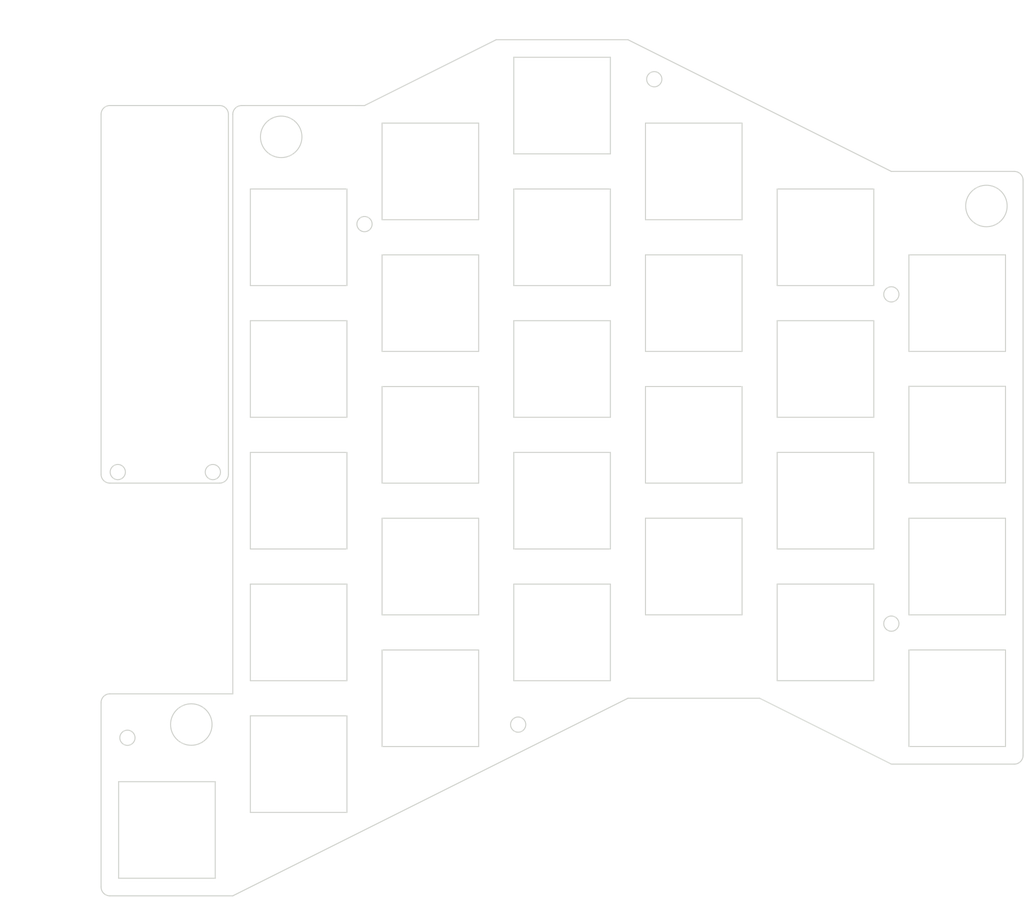
<source format=kicad_pcb>
(kicad_pcb (version 20171130) (host pcbnew 5.0.2-bee76a0~70~ubuntu18.04.1)

  (general
    (thickness 1.6)
    (drawings 40)
    (tracks 0)
    (zones 0)
    (modules 28)
    (nets 1)
  )

  (page A4)
  (layers
    (0 F.Cu signal)
    (31 B.Cu signal)
    (32 B.Adhes user hide)
    (33 F.Adhes user hide)
    (34 B.Paste user hide)
    (35 F.Paste user hide)
    (36 B.SilkS user)
    (37 F.SilkS user)
    (38 B.Mask user)
    (39 F.Mask user)
    (40 Dwgs.User user)
    (41 Cmts.User user)
    (42 Eco1.User user)
    (43 Eco2.User user)
    (44 Edge.Cuts user)
    (45 Margin user)
    (46 B.CrtYd user)
    (47 F.CrtYd user)
    (48 B.Fab user)
    (49 F.Fab user)
  )

  (setup
    (last_trace_width 0.25)
    (trace_clearance 0.2)
    (zone_clearance 0.508)
    (zone_45_only no)
    (trace_min 0.2)
    (segment_width 0.4)
    (edge_width 0.15)
    (via_size 0.6)
    (via_drill 0.4)
    (via_min_size 0.4)
    (via_min_drill 0.3)
    (uvia_size 0.3)
    (uvia_drill 0.1)
    (uvias_allowed no)
    (uvia_min_size 0.2)
    (uvia_min_drill 0.1)
    (pcb_text_width 0.3)
    (pcb_text_size 1.5 1.5)
    (mod_edge_width 0.15)
    (mod_text_size 1 1)
    (mod_text_width 0.15)
    (pad_size 6.2 6.2)
    (pad_drill 6)
    (pad_to_mask_clearance 0.051)
    (solder_mask_min_width 0.25)
    (aux_axis_origin 0 0)
    (grid_origin 76.2 28.56992)
    (visible_elements FFFFF7FF)
    (pcbplotparams
      (layerselection 0x010f0_ffffffff)
      (usegerberextensions true)
      (usegerberattributes false)
      (usegerberadvancedattributes false)
      (creategerberjobfile false)
      (excludeedgelayer true)
      (linewidth 0.265000)
      (plotframeref false)
      (viasonmask false)
      (mode 1)
      (useauxorigin false)
      (hpglpennumber 1)
      (hpglpenspeed 20)
      (hpglpendiameter 15.000000)
      (psnegative false)
      (psa4output false)
      (plotreference true)
      (plotvalue true)
      (plotinvisibletext false)
      (padsonsilk false)
      (subtractmaskfromsilk true)
      (outputformat 1)
      (mirror false)
      (drillshape 0)
      (scaleselection 1)
      (outputdirectory ""))
  )

  (net 0 "")

  (net_class Default "これはデフォルトのネット クラスです。"
    (clearance 0.2)
    (trace_width 0.25)
    (via_dia 0.6)
    (via_drill 0.4)
    (uvia_dia 0.3)
    (uvia_drill 0.1)
  )

  (net_class POWER ""
    (clearance 0.2)
    (trace_width 0.5)
    (via_dia 0.8)
    (via_drill 0.4)
    (uvia_dia 0.3)
    (uvia_drill 0.1)
  )

  (module benzene:CherryMX_Hole (layer F.Cu) (tedit 5CB0A7A6) (tstamp 5C493309)
    (at 142.875 104.775 180)
    (path /5C490664)
    (fp_text reference SW28 (at 7.1 8.2 180) (layer F.SilkS) hide
      (effects (font (size 1 1) (thickness 0.15)))
    )
    (fp_text value SW_PUSH (at -4.8 8.3 180) (layer F.Fab) hide
      (effects (font (size 1 1) (thickness 0.15)))
    )
    (fp_line (start -9.525 -9.525) (end 9.525 -9.525) (layer Dwgs.User) (width 0.15))
    (fp_line (start 9.525 -9.525) (end 9.525 9.525) (layer Dwgs.User) (width 0.15))
    (fp_line (start 9.525 9.525) (end -9.525 9.525) (layer Dwgs.User) (width 0.15))
    (fp_line (start -9.525 9.525) (end -9.525 -9.525) (layer Dwgs.User) (width 0.15))
    (fp_line (start -6.985 6.985) (end -6.985 -6.985) (layer Edge.Cuts) (width 0.15))
    (fp_line (start 6.985 -6.985) (end -6.985 -6.985) (layer Edge.Cuts) (width 0.15))
    (fp_line (start 6.985 6.985) (end 6.985 -6.985) (layer Edge.Cuts) (width 0.15))
    (fp_line (start -6.985 6.985) (end 6.985 6.985) (layer Edge.Cuts) (width 0.15))
  )

  (module benzene:CherryMX_Hole (layer B.Cu) (tedit 5CB0A7A6) (tstamp 5C492FBA)
    (at 180.975 85.71992)
    (path /5C48F0BA)
    (fp_text reference SW17 (at 7.1 -8.2) (layer B.SilkS) hide
      (effects (font (size 1 1) (thickness 0.15)) (justify mirror))
    )
    (fp_text value SW_PUSH (at -4.8 -8.3) (layer B.Fab) hide
      (effects (font (size 1 1) (thickness 0.15)) (justify mirror))
    )
    (fp_line (start -9.525 9.525) (end 9.525 9.525) (layer Dwgs.User) (width 0.15))
    (fp_line (start 9.525 9.525) (end 9.525 -9.525) (layer Dwgs.User) (width 0.15))
    (fp_line (start 9.525 -9.525) (end -9.525 -9.525) (layer Dwgs.User) (width 0.15))
    (fp_line (start -9.525 -9.525) (end -9.525 9.525) (layer Dwgs.User) (width 0.15))
    (fp_line (start -6.985 -6.985) (end -6.985 6.985) (layer Edge.Cuts) (width 0.15))
    (fp_line (start 6.985 6.985) (end -6.985 6.985) (layer Edge.Cuts) (width 0.15))
    (fp_line (start 6.985 -6.985) (end 6.985 6.985) (layer Edge.Cuts) (width 0.15))
    (fp_line (start -6.985 -6.985) (end 6.985 -6.985) (layer Edge.Cuts) (width 0.15))
  )

  (module benzene:CherryMX_Hole (layer F.Cu) (tedit 5CB0A7A6) (tstamp 5C4EFDE0)
    (at 180.975 104.77 180)
    (path /5C48F4EC)
    (fp_text reference SW23 (at 7.1 8.2 180) (layer F.SilkS) hide
      (effects (font (size 1 1) (thickness 0.15)))
    )
    (fp_text value SW_PUSH (at -4.8 8.3 180) (layer F.Fab) hide
      (effects (font (size 1 1) (thickness 0.15)))
    )
    (fp_line (start -9.525 -9.525) (end 9.525 -9.525) (layer Dwgs.User) (width 0.15))
    (fp_line (start 9.525 -9.525) (end 9.525 9.525) (layer Dwgs.User) (width 0.15))
    (fp_line (start 9.525 9.525) (end -9.525 9.525) (layer Dwgs.User) (width 0.15))
    (fp_line (start -9.525 9.525) (end -9.525 -9.525) (layer Dwgs.User) (width 0.15))
    (fp_line (start -6.985 6.985) (end -6.985 -6.985) (layer Edge.Cuts) (width 0.15))
    (fp_line (start 6.985 -6.985) (end -6.985 -6.985) (layer Edge.Cuts) (width 0.15))
    (fp_line (start 6.985 6.985) (end 6.985 -6.985) (layer Edge.Cuts) (width 0.15))
    (fp_line (start -6.985 6.985) (end 6.985 6.985) (layer Edge.Cuts) (width 0.15))
  )

  (module benzene:CherryMX_Hole (layer F.Cu) (tedit 5CB0A7A6) (tstamp 5C49313B)
    (at 161.925 95.2449 180)
    (path /5C48F4DE)
    (fp_text reference SW22 (at 7.1 8.2 180) (layer F.SilkS) hide
      (effects (font (size 1 1) (thickness 0.15)))
    )
    (fp_text value SW_PUSH (at -4.8 8.3 180) (layer F.Fab) hide
      (effects (font (size 1 1) (thickness 0.15)))
    )
    (fp_line (start -9.525 -9.525) (end 9.525 -9.525) (layer Dwgs.User) (width 0.15))
    (fp_line (start 9.525 -9.525) (end 9.525 9.525) (layer Dwgs.User) (width 0.15))
    (fp_line (start 9.525 9.525) (end -9.525 9.525) (layer Dwgs.User) (width 0.15))
    (fp_line (start -9.525 9.525) (end -9.525 -9.525) (layer Dwgs.User) (width 0.15))
    (fp_line (start -6.985 6.985) (end -6.985 -6.985) (layer Edge.Cuts) (width 0.15))
    (fp_line (start 6.985 -6.985) (end -6.985 -6.985) (layer Edge.Cuts) (width 0.15))
    (fp_line (start 6.985 6.985) (end 6.985 -6.985) (layer Edge.Cuts) (width 0.15))
    (fp_line (start -6.985 6.985) (end 6.985 6.985) (layer Edge.Cuts) (width 0.15))
  )

  (module benzene:CherryMX_Hole (layer F.Cu) (tedit 5CB0A7A6) (tstamp 5C492F6D)
    (at 161.925 76.19492 180)
    (path /5C48F0AC)
    (fp_text reference SW16 (at 7.1 8.2 180) (layer F.SilkS) hide
      (effects (font (size 1 1) (thickness 0.15)))
    )
    (fp_text value SW_PUSH (at -4.8 8.3 180) (layer F.Fab) hide
      (effects (font (size 1 1) (thickness 0.15)))
    )
    (fp_line (start -9.525 -9.525) (end 9.525 -9.525) (layer Dwgs.User) (width 0.15))
    (fp_line (start 9.525 -9.525) (end 9.525 9.525) (layer Dwgs.User) (width 0.15))
    (fp_line (start 9.525 9.525) (end -9.525 9.525) (layer Dwgs.User) (width 0.15))
    (fp_line (start -9.525 9.525) (end -9.525 -9.525) (layer Dwgs.User) (width 0.15))
    (fp_line (start -6.985 6.985) (end -6.985 -6.985) (layer Edge.Cuts) (width 0.15))
    (fp_line (start 6.985 -6.985) (end -6.985 -6.985) (layer Edge.Cuts) (width 0.15))
    (fp_line (start 6.985 6.985) (end 6.985 -6.985) (layer Edge.Cuts) (width 0.15))
    (fp_line (start -6.985 6.985) (end 6.985 6.985) (layer Edge.Cuts) (width 0.15))
  )

  (module benzene:CherryMX_Hole (layer F.Cu) (tedit 5CB0A7A6) (tstamp 5C492F20)
    (at 142.875 66.675 180)
    (path /5C48F09E)
    (fp_text reference SW15 (at 7.1 8.2 180) (layer F.SilkS) hide
      (effects (font (size 1 1) (thickness 0.15)))
    )
    (fp_text value SW_PUSH (at -4.8 8.3 180) (layer F.Fab) hide
      (effects (font (size 1 1) (thickness 0.15)))
    )
    (fp_line (start -9.525 -9.525) (end 9.525 -9.525) (layer Dwgs.User) (width 0.15))
    (fp_line (start 9.525 -9.525) (end 9.525 9.525) (layer Dwgs.User) (width 0.15))
    (fp_line (start 9.525 9.525) (end -9.525 9.525) (layer Dwgs.User) (width 0.15))
    (fp_line (start -9.525 9.525) (end -9.525 -9.525) (layer Dwgs.User) (width 0.15))
    (fp_line (start -6.985 6.985) (end -6.985 -6.985) (layer Edge.Cuts) (width 0.15))
    (fp_line (start 6.985 -6.985) (end -6.985 -6.985) (layer Edge.Cuts) (width 0.15))
    (fp_line (start 6.985 6.985) (end 6.985 -6.985) (layer Edge.Cuts) (width 0.15))
    (fp_line (start -6.985 6.985) (end 6.985 6.985) (layer Edge.Cuts) (width 0.15))
  )

  (module benzene:CherryMX_Hole (layer F.Cu) (tedit 5CB0A7A6) (tstamp 5C492D52)
    (at 142.875 47.625 180)
    (path /5C48ED2C)
    (fp_text reference SW9 (at 7.1 8.2 180) (layer F.SilkS) hide
      (effects (font (size 1 1) (thickness 0.15)))
    )
    (fp_text value SW_PUSH (at -4.8 8.3 180) (layer F.Fab) hide
      (effects (font (size 1 1) (thickness 0.15)))
    )
    (fp_line (start -9.525 -9.525) (end 9.525 -9.525) (layer Dwgs.User) (width 0.15))
    (fp_line (start 9.525 -9.525) (end 9.525 9.525) (layer Dwgs.User) (width 0.15))
    (fp_line (start 9.525 9.525) (end -9.525 9.525) (layer Dwgs.User) (width 0.15))
    (fp_line (start -9.525 9.525) (end -9.525 -9.525) (layer Dwgs.User) (width 0.15))
    (fp_line (start -6.985 6.985) (end -6.985 -6.985) (layer Edge.Cuts) (width 0.15))
    (fp_line (start 6.985 -6.985) (end -6.985 -6.985) (layer Edge.Cuts) (width 0.15))
    (fp_line (start 6.985 6.985) (end 6.985 -6.985) (layer Edge.Cuts) (width 0.15))
    (fp_line (start -6.985 6.985) (end 6.985 6.985) (layer Edge.Cuts) (width 0.15))
  )

  (module benzene:CherryMX_Hole (layer F.Cu) (tedit 5CB0A7A6) (tstamp 5C492DEC)
    (at 180.975 66.675 180)
    (path /5C48ED48)
    (fp_text reference SW11 (at 7.1 8.2 180) (layer F.SilkS) hide
      (effects (font (size 1 1) (thickness 0.15)))
    )
    (fp_text value SW_PUSH (at -4.8 8.3 180) (layer F.Fab) hide
      (effects (font (size 1 1) (thickness 0.15)))
    )
    (fp_line (start -9.525 -9.525) (end 9.525 -9.525) (layer Dwgs.User) (width 0.15))
    (fp_line (start 9.525 -9.525) (end 9.525 9.525) (layer Dwgs.User) (width 0.15))
    (fp_line (start 9.525 9.525) (end -9.525 9.525) (layer Dwgs.User) (width 0.15))
    (fp_line (start -9.525 9.525) (end -9.525 -9.525) (layer Dwgs.User) (width 0.15))
    (fp_line (start -6.985 6.985) (end -6.985 -6.985) (layer Edge.Cuts) (width 0.15))
    (fp_line (start 6.985 -6.985) (end -6.985 -6.985) (layer Edge.Cuts) (width 0.15))
    (fp_line (start 6.985 6.985) (end 6.985 -6.985) (layer Edge.Cuts) (width 0.15))
    (fp_line (start -6.985 6.985) (end 6.985 6.985) (layer Edge.Cuts) (width 0.15))
  )

  (module benzene:CherryMX_Hole (layer F.Cu) (tedit 5CB0A7A6) (tstamp 5C492C1E)
    (at 180.975 47.625 180)
    (path /5C48E83E)
    (fp_text reference SW5 (at 7.1 8.2 180) (layer F.SilkS) hide
      (effects (font (size 1 1) (thickness 0.15)))
    )
    (fp_text value SW_PUSH (at -4.8 8.3 180) (layer F.Fab) hide
      (effects (font (size 1 1) (thickness 0.15)))
    )
    (fp_line (start -9.525 -9.525) (end 9.525 -9.525) (layer Dwgs.User) (width 0.15))
    (fp_line (start 9.525 -9.525) (end 9.525 9.525) (layer Dwgs.User) (width 0.15))
    (fp_line (start 9.525 9.525) (end -9.525 9.525) (layer Dwgs.User) (width 0.15))
    (fp_line (start -9.525 9.525) (end -9.525 -9.525) (layer Dwgs.User) (width 0.15))
    (fp_line (start -6.985 6.985) (end -6.985 -6.985) (layer Edge.Cuts) (width 0.15))
    (fp_line (start 6.985 -6.985) (end -6.985 -6.985) (layer Edge.Cuts) (width 0.15))
    (fp_line (start 6.985 6.985) (end 6.985 -6.985) (layer Edge.Cuts) (width 0.15))
    (fp_line (start -6.985 6.985) (end 6.985 6.985) (layer Edge.Cuts) (width 0.15))
  )

  (module benzene:CherryMX_Hole (layer F.Cu) (tedit 5CB0A7A6) (tstamp 5C492BD1)
    (at 161.925 38.1 180)
    (path /5C48D998)
    (fp_text reference SW4 (at 7.1 8.2 180) (layer F.SilkS) hide
      (effects (font (size 1 1) (thickness 0.15)))
    )
    (fp_text value SW_PUSH (at -4.8 8.3 180) (layer F.Fab) hide
      (effects (font (size 1 1) (thickness 0.15)))
    )
    (fp_line (start -9.525 -9.525) (end 9.525 -9.525) (layer Dwgs.User) (width 0.15))
    (fp_line (start 9.525 -9.525) (end 9.525 9.525) (layer Dwgs.User) (width 0.15))
    (fp_line (start 9.525 9.525) (end -9.525 9.525) (layer Dwgs.User) (width 0.15))
    (fp_line (start -9.525 9.525) (end -9.525 -9.525) (layer Dwgs.User) (width 0.15))
    (fp_line (start -6.985 6.985) (end -6.985 -6.985) (layer Edge.Cuts) (width 0.15))
    (fp_line (start 6.985 -6.985) (end -6.985 -6.985) (layer Edge.Cuts) (width 0.15))
    (fp_line (start 6.985 6.985) (end 6.985 -6.985) (layer Edge.Cuts) (width 0.15))
    (fp_line (start -6.985 6.985) (end 6.985 6.985) (layer Edge.Cuts) (width 0.15))
  )

  (module benzene:CherryMX_Hole (layer F.Cu) (tedit 5CB0A7A6) (tstamp 5C492B37)
    (at 123.825 38.1 180)
    (path /5C48D73D)
    (fp_text reference SW2 (at 7.1 8.2 180) (layer F.SilkS) hide
      (effects (font (size 1 1) (thickness 0.15)))
    )
    (fp_text value SW_PUSH (at -4.8 8.3 180) (layer F.Fab) hide
      (effects (font (size 1 1) (thickness 0.15)))
    )
    (fp_line (start -9.525 -9.525) (end 9.525 -9.525) (layer Dwgs.User) (width 0.15))
    (fp_line (start 9.525 -9.525) (end 9.525 9.525) (layer Dwgs.User) (width 0.15))
    (fp_line (start 9.525 9.525) (end -9.525 9.525) (layer Dwgs.User) (width 0.15))
    (fp_line (start -9.525 9.525) (end -9.525 -9.525) (layer Dwgs.User) (width 0.15))
    (fp_line (start -6.985 6.985) (end -6.985 -6.985) (layer Edge.Cuts) (width 0.15))
    (fp_line (start 6.985 -6.985) (end -6.985 -6.985) (layer Edge.Cuts) (width 0.15))
    (fp_line (start 6.985 6.985) (end 6.985 -6.985) (layer Edge.Cuts) (width 0.15))
    (fp_line (start -6.985 6.985) (end 6.985 6.985) (layer Edge.Cuts) (width 0.15))
  )

  (module benzene:CherryMX_Hole (layer F.Cu) (tedit 5CB0A7A6) (tstamp 5C492B84)
    (at 142.875 28.575 180)
    (path /5C48D98A)
    (fp_text reference SW3 (at 7.1 8.2 180) (layer F.SilkS) hide
      (effects (font (size 1 1) (thickness 0.15)))
    )
    (fp_text value SW_PUSH (at -4.8 8.3 180) (layer F.Fab) hide
      (effects (font (size 1 1) (thickness 0.15)))
    )
    (fp_line (start -9.525 -9.525) (end 9.525 -9.525) (layer Dwgs.User) (width 0.15))
    (fp_line (start 9.525 -9.525) (end 9.525 9.525) (layer Dwgs.User) (width 0.15))
    (fp_line (start 9.525 9.525) (end -9.525 9.525) (layer Dwgs.User) (width 0.15))
    (fp_line (start -9.525 9.525) (end -9.525 -9.525) (layer Dwgs.User) (width 0.15))
    (fp_line (start -6.985 6.985) (end -6.985 -6.985) (layer Edge.Cuts) (width 0.15))
    (fp_line (start 6.985 -6.985) (end -6.985 -6.985) (layer Edge.Cuts) (width 0.15))
    (fp_line (start 6.985 6.985) (end 6.985 -6.985) (layer Edge.Cuts) (width 0.15))
    (fp_line (start -6.985 6.985) (end 6.985 6.985) (layer Edge.Cuts) (width 0.15))
  )

  (module benzene:CherryMX_Hole (layer F.Cu) (tedit 5CB0A7A6) (tstamp 5C492C6B)
    (at 200.025 57.15 180)
    (path /5C48E84C)
    (fp_text reference SW6 (at 7.1 8.2 180) (layer F.SilkS) hide
      (effects (font (size 1 1) (thickness 0.15)))
    )
    (fp_text value SW_PUSH (at -4.8 8.3 180) (layer F.Fab) hide
      (effects (font (size 1 1) (thickness 0.15)))
    )
    (fp_line (start -9.525 -9.525) (end 9.525 -9.525) (layer Dwgs.User) (width 0.15))
    (fp_line (start 9.525 -9.525) (end 9.525 9.525) (layer Dwgs.User) (width 0.15))
    (fp_line (start 9.525 9.525) (end -9.525 9.525) (layer Dwgs.User) (width 0.15))
    (fp_line (start -9.525 9.525) (end -9.525 -9.525) (layer Dwgs.User) (width 0.15))
    (fp_line (start -6.985 6.985) (end -6.985 -6.985) (layer Edge.Cuts) (width 0.15))
    (fp_line (start 6.985 -6.985) (end -6.985 -6.985) (layer Edge.Cuts) (width 0.15))
    (fp_line (start 6.985 6.985) (end 6.985 -6.985) (layer Edge.Cuts) (width 0.15))
    (fp_line (start -6.985 6.985) (end 6.985 6.985) (layer Edge.Cuts) (width 0.15))
  )

  (module benzene:CherryMX_Hole (layer F.Cu) (tedit 5CB0A7A6) (tstamp 5C492CB8)
    (at 104.775 66.675 180)
    (path /5C48ED10)
    (fp_text reference SW7 (at 7.1 8.2 180) (layer F.SilkS) hide
      (effects (font (size 1 1) (thickness 0.15)))
    )
    (fp_text value SW_PUSH (at -4.8 8.3 180) (layer F.Fab) hide
      (effects (font (size 1 1) (thickness 0.15)))
    )
    (fp_line (start -9.525 -9.525) (end 9.525 -9.525) (layer Dwgs.User) (width 0.15))
    (fp_line (start 9.525 -9.525) (end 9.525 9.525) (layer Dwgs.User) (width 0.15))
    (fp_line (start 9.525 9.525) (end -9.525 9.525) (layer Dwgs.User) (width 0.15))
    (fp_line (start -9.525 9.525) (end -9.525 -9.525) (layer Dwgs.User) (width 0.15))
    (fp_line (start -6.985 6.985) (end -6.985 -6.985) (layer Edge.Cuts) (width 0.15))
    (fp_line (start 6.985 -6.985) (end -6.985 -6.985) (layer Edge.Cuts) (width 0.15))
    (fp_line (start 6.985 6.985) (end 6.985 -6.985) (layer Edge.Cuts) (width 0.15))
    (fp_line (start -6.985 6.985) (end 6.985 6.985) (layer Edge.Cuts) (width 0.15))
  )

  (module benzene:CherryMX_Hole (layer F.Cu) (tedit 5CB0A7A6) (tstamp 5C492D05)
    (at 123.825 57.15 180)
    (path /5C48ED1E)
    (fp_text reference SW8 (at 7.1 8.2 180) (layer F.SilkS) hide
      (effects (font (size 1 1) (thickness 0.15)))
    )
    (fp_text value SW_PUSH (at -4.8 8.3 180) (layer F.Fab) hide
      (effects (font (size 1 1) (thickness 0.15)))
    )
    (fp_line (start -9.525 -9.525) (end 9.525 -9.525) (layer Dwgs.User) (width 0.15))
    (fp_line (start 9.525 -9.525) (end 9.525 9.525) (layer Dwgs.User) (width 0.15))
    (fp_line (start 9.525 9.525) (end -9.525 9.525) (layer Dwgs.User) (width 0.15))
    (fp_line (start -9.525 9.525) (end -9.525 -9.525) (layer Dwgs.User) (width 0.15))
    (fp_line (start -6.985 6.985) (end -6.985 -6.985) (layer Edge.Cuts) (width 0.15))
    (fp_line (start 6.985 -6.985) (end -6.985 -6.985) (layer Edge.Cuts) (width 0.15))
    (fp_line (start 6.985 6.985) (end 6.985 -6.985) (layer Edge.Cuts) (width 0.15))
    (fp_line (start -6.985 6.985) (end 6.985 6.985) (layer Edge.Cuts) (width 0.15))
  )

  (module benzene:CherryMX_Hole (layer F.Cu) (tedit 5CB0A7A6) (tstamp 5C492D9F)
    (at 161.925 57.15 180)
    (path /5C48ED3A)
    (fp_text reference SW10 (at 7.1 8.2 180) (layer F.SilkS) hide
      (effects (font (size 1 1) (thickness 0.15)))
    )
    (fp_text value SW_PUSH (at -4.8 8.3 180) (layer F.Fab) hide
      (effects (font (size 1 1) (thickness 0.15)))
    )
    (fp_line (start -9.525 -9.525) (end 9.525 -9.525) (layer Dwgs.User) (width 0.15))
    (fp_line (start 9.525 -9.525) (end 9.525 9.525) (layer Dwgs.User) (width 0.15))
    (fp_line (start 9.525 9.525) (end -9.525 9.525) (layer Dwgs.User) (width 0.15))
    (fp_line (start -9.525 9.525) (end -9.525 -9.525) (layer Dwgs.User) (width 0.15))
    (fp_line (start -6.985 6.985) (end -6.985 -6.985) (layer Edge.Cuts) (width 0.15))
    (fp_line (start 6.985 -6.985) (end -6.985 -6.985) (layer Edge.Cuts) (width 0.15))
    (fp_line (start 6.985 6.985) (end 6.985 -6.985) (layer Edge.Cuts) (width 0.15))
    (fp_line (start -6.985 6.985) (end 6.985 6.985) (layer Edge.Cuts) (width 0.15))
  )

  (module benzene:CherryMX_Hole (layer F.Cu) (tedit 5CB0A7A6) (tstamp 5C492E39)
    (at 200.025 76.165 180)
    (path /5C48ED56)
    (fp_text reference SW12 (at 7.1 8.2 180) (layer F.SilkS) hide
      (effects (font (size 1 1) (thickness 0.15)))
    )
    (fp_text value SW_PUSH (at -4.8 8.3 180) (layer F.Fab) hide
      (effects (font (size 1 1) (thickness 0.15)))
    )
    (fp_line (start -9.525 -9.525) (end 9.525 -9.525) (layer Dwgs.User) (width 0.15))
    (fp_line (start 9.525 -9.525) (end 9.525 9.525) (layer Dwgs.User) (width 0.15))
    (fp_line (start 9.525 9.525) (end -9.525 9.525) (layer Dwgs.User) (width 0.15))
    (fp_line (start -9.525 9.525) (end -9.525 -9.525) (layer Dwgs.User) (width 0.15))
    (fp_line (start -6.985 6.985) (end -6.985 -6.985) (layer Edge.Cuts) (width 0.15))
    (fp_line (start 6.985 -6.985) (end -6.985 -6.985) (layer Edge.Cuts) (width 0.15))
    (fp_line (start 6.985 6.985) (end 6.985 -6.985) (layer Edge.Cuts) (width 0.15))
    (fp_line (start -6.985 6.985) (end 6.985 6.985) (layer Edge.Cuts) (width 0.15))
  )

  (module benzene:CherryMX_Hole (layer F.Cu) (tedit 5CB0A7A6) (tstamp 5C492E86)
    (at 104.775 85.725 180)
    (path /5C48F082)
    (fp_text reference SW13 (at 7.1 8.2 180) (layer F.SilkS) hide
      (effects (font (size 1 1) (thickness 0.15)))
    )
    (fp_text value SW_PUSH (at -4.8 8.3 180) (layer F.Fab) hide
      (effects (font (size 1 1) (thickness 0.15)))
    )
    (fp_line (start -9.525 -9.525) (end 9.525 -9.525) (layer Dwgs.User) (width 0.15))
    (fp_line (start 9.525 -9.525) (end 9.525 9.525) (layer Dwgs.User) (width 0.15))
    (fp_line (start 9.525 9.525) (end -9.525 9.525) (layer Dwgs.User) (width 0.15))
    (fp_line (start -9.525 9.525) (end -9.525 -9.525) (layer Dwgs.User) (width 0.15))
    (fp_line (start -6.985 6.985) (end -6.985 -6.985) (layer Edge.Cuts) (width 0.15))
    (fp_line (start 6.985 -6.985) (end -6.985 -6.985) (layer Edge.Cuts) (width 0.15))
    (fp_line (start 6.985 6.985) (end 6.985 -6.985) (layer Edge.Cuts) (width 0.15))
    (fp_line (start -6.985 6.985) (end 6.985 6.985) (layer Edge.Cuts) (width 0.15))
  )

  (module benzene:CherryMX_Hole (layer F.Cu) (tedit 5CB0A7A6) (tstamp 5C492ED3)
    (at 123.825 76.2 180)
    (path /5C48F090)
    (fp_text reference SW14 (at 7.1 8.2 180) (layer F.SilkS) hide
      (effects (font (size 1 1) (thickness 0.15)))
    )
    (fp_text value SW_PUSH (at -4.8 8.3 180) (layer F.Fab) hide
      (effects (font (size 1 1) (thickness 0.15)))
    )
    (fp_line (start -9.525 -9.525) (end 9.525 -9.525) (layer Dwgs.User) (width 0.15))
    (fp_line (start 9.525 -9.525) (end 9.525 9.525) (layer Dwgs.User) (width 0.15))
    (fp_line (start 9.525 9.525) (end -9.525 9.525) (layer Dwgs.User) (width 0.15))
    (fp_line (start -9.525 9.525) (end -9.525 -9.525) (layer Dwgs.User) (width 0.15))
    (fp_line (start -6.985 6.985) (end -6.985 -6.985) (layer Edge.Cuts) (width 0.15))
    (fp_line (start 6.985 -6.985) (end -6.985 -6.985) (layer Edge.Cuts) (width 0.15))
    (fp_line (start 6.985 6.985) (end 6.985 -6.985) (layer Edge.Cuts) (width 0.15))
    (fp_line (start -6.985 6.985) (end 6.985 6.985) (layer Edge.Cuts) (width 0.15))
  )

  (module benzene:CherryMX_Hole (layer F.Cu) (tedit 5CB0A7A6) (tstamp 5C493007)
    (at 200.025 95.25 180)
    (path /5C48F0C8)
    (fp_text reference SW18 (at 7.1 8.2 180) (layer F.SilkS) hide
      (effects (font (size 1 1) (thickness 0.15)))
    )
    (fp_text value SW_PUSH (at -4.8 8.3 180) (layer F.Fab) hide
      (effects (font (size 1 1) (thickness 0.15)))
    )
    (fp_line (start -9.525 -9.525) (end 9.525 -9.525) (layer Dwgs.User) (width 0.15))
    (fp_line (start 9.525 -9.525) (end 9.525 9.525) (layer Dwgs.User) (width 0.15))
    (fp_line (start 9.525 9.525) (end -9.525 9.525) (layer Dwgs.User) (width 0.15))
    (fp_line (start -9.525 9.525) (end -9.525 -9.525) (layer Dwgs.User) (width 0.15))
    (fp_line (start -6.985 6.985) (end -6.985 -6.985) (layer Edge.Cuts) (width 0.15))
    (fp_line (start 6.985 -6.985) (end -6.985 -6.985) (layer Edge.Cuts) (width 0.15))
    (fp_line (start 6.985 6.985) (end 6.985 -6.985) (layer Edge.Cuts) (width 0.15))
    (fp_line (start -6.985 6.985) (end 6.985 6.985) (layer Edge.Cuts) (width 0.15))
  )

  (module benzene:CherryMX_Hole (layer F.Cu) (tedit 5CB0A7A6) (tstamp 5C493054)
    (at 104.775 104.775 180)
    (path /5C48F4B4)
    (fp_text reference SW19 (at 7.1 8.2 180) (layer F.SilkS) hide
      (effects (font (size 1 1) (thickness 0.15)))
    )
    (fp_text value SW_PUSH (at -4.8 8.3 180) (layer F.Fab) hide
      (effects (font (size 1 1) (thickness 0.15)))
    )
    (fp_line (start -9.525 -9.525) (end 9.525 -9.525) (layer Dwgs.User) (width 0.15))
    (fp_line (start 9.525 -9.525) (end 9.525 9.525) (layer Dwgs.User) (width 0.15))
    (fp_line (start 9.525 9.525) (end -9.525 9.525) (layer Dwgs.User) (width 0.15))
    (fp_line (start -9.525 9.525) (end -9.525 -9.525) (layer Dwgs.User) (width 0.15))
    (fp_line (start -6.985 6.985) (end -6.985 -6.985) (layer Edge.Cuts) (width 0.15))
    (fp_line (start 6.985 -6.985) (end -6.985 -6.985) (layer Edge.Cuts) (width 0.15))
    (fp_line (start 6.985 6.985) (end 6.985 -6.985) (layer Edge.Cuts) (width 0.15))
    (fp_line (start -6.985 6.985) (end 6.985 6.985) (layer Edge.Cuts) (width 0.15))
  )

  (module benzene:CherryMX_Hole (layer F.Cu) (tedit 5CB0A7A6) (tstamp 5C4930A1)
    (at 123.825 95.25 180)
    (path /5C48F4C2)
    (fp_text reference SW20 (at 7.1 8.2 180) (layer F.SilkS) hide
      (effects (font (size 1 1) (thickness 0.15)))
    )
    (fp_text value SW_PUSH (at -4.8 8.3 180) (layer F.Fab) hide
      (effects (font (size 1 1) (thickness 0.15)))
    )
    (fp_line (start -9.525 -9.525) (end 9.525 -9.525) (layer Dwgs.User) (width 0.15))
    (fp_line (start 9.525 -9.525) (end 9.525 9.525) (layer Dwgs.User) (width 0.15))
    (fp_line (start 9.525 9.525) (end -9.525 9.525) (layer Dwgs.User) (width 0.15))
    (fp_line (start -9.525 9.525) (end -9.525 -9.525) (layer Dwgs.User) (width 0.15))
    (fp_line (start -6.985 6.985) (end -6.985 -6.985) (layer Edge.Cuts) (width 0.15))
    (fp_line (start 6.985 -6.985) (end -6.985 -6.985) (layer Edge.Cuts) (width 0.15))
    (fp_line (start 6.985 6.985) (end 6.985 -6.985) (layer Edge.Cuts) (width 0.15))
    (fp_line (start -6.985 6.985) (end 6.985 6.985) (layer Edge.Cuts) (width 0.15))
  )

  (module benzene:CherryMX_Hole (layer F.Cu) (tedit 5CB0A7A6) (tstamp 5C4930EE)
    (at 142.875 85.725 180)
    (path /5C48F4D0)
    (fp_text reference SW21 (at 7.1 8.2 180) (layer F.SilkS) hide
      (effects (font (size 1 1) (thickness 0.15)))
    )
    (fp_text value SW_PUSH (at -4.8 8.3 180) (layer F.Fab) hide
      (effects (font (size 1 1) (thickness 0.15)))
    )
    (fp_line (start -9.525 -9.525) (end 9.525 -9.525) (layer Dwgs.User) (width 0.15))
    (fp_line (start 9.525 -9.525) (end 9.525 9.525) (layer Dwgs.User) (width 0.15))
    (fp_line (start 9.525 9.525) (end -9.525 9.525) (layer Dwgs.User) (width 0.15))
    (fp_line (start -9.525 9.525) (end -9.525 -9.525) (layer Dwgs.User) (width 0.15))
    (fp_line (start -6.985 6.985) (end -6.985 -6.985) (layer Edge.Cuts) (width 0.15))
    (fp_line (start 6.985 -6.985) (end -6.985 -6.985) (layer Edge.Cuts) (width 0.15))
    (fp_line (start 6.985 6.985) (end 6.985 -6.985) (layer Edge.Cuts) (width 0.15))
    (fp_line (start -6.985 6.985) (end 6.985 6.985) (layer Edge.Cuts) (width 0.15))
  )

  (module benzene:CherryMX_Hole (layer F.Cu) (tedit 5CB0A7A6) (tstamp 5C4931D5)
    (at 200.025 114.295 180)
    (path /5C48F4FA)
    (fp_text reference SW24 (at 7.1 8.2 180) (layer F.SilkS) hide
      (effects (font (size 1 1) (thickness 0.15)))
    )
    (fp_text value SW_PUSH (at -4.8 8.3 180) (layer F.Fab) hide
      (effects (font (size 1 1) (thickness 0.15)))
    )
    (fp_line (start -9.525 -9.525) (end 9.525 -9.525) (layer Dwgs.User) (width 0.15))
    (fp_line (start 9.525 -9.525) (end 9.525 9.525) (layer Dwgs.User) (width 0.15))
    (fp_line (start 9.525 9.525) (end -9.525 9.525) (layer Dwgs.User) (width 0.15))
    (fp_line (start -9.525 9.525) (end -9.525 -9.525) (layer Dwgs.User) (width 0.15))
    (fp_line (start -6.985 6.985) (end -6.985 -6.985) (layer Edge.Cuts) (width 0.15))
    (fp_line (start 6.985 -6.985) (end -6.985 -6.985) (layer Edge.Cuts) (width 0.15))
    (fp_line (start 6.985 6.985) (end 6.985 -6.985) (layer Edge.Cuts) (width 0.15))
    (fp_line (start -6.985 6.985) (end 6.985 6.985) (layer Edge.Cuts) (width 0.15))
  )

  (module benzene:CherryMX_Hole (layer F.Cu) (tedit 5CB0A7A6) (tstamp 5C493222)
    (at 85.725 133.35 180)
    (path /5C49063A)
    (fp_text reference SW25 (at 7.1 8.2 180) (layer F.SilkS) hide
      (effects (font (size 1 1) (thickness 0.15)))
    )
    (fp_text value SW_PUSH (at -4.8 8.3 180) (layer F.Fab) hide
      (effects (font (size 1 1) (thickness 0.15)))
    )
    (fp_line (start -9.525 -9.525) (end 9.525 -9.525) (layer Dwgs.User) (width 0.15))
    (fp_line (start 9.525 -9.525) (end 9.525 9.525) (layer Dwgs.User) (width 0.15))
    (fp_line (start 9.525 9.525) (end -9.525 9.525) (layer Dwgs.User) (width 0.15))
    (fp_line (start -9.525 9.525) (end -9.525 -9.525) (layer Dwgs.User) (width 0.15))
    (fp_line (start -6.985 6.985) (end -6.985 -6.985) (layer Edge.Cuts) (width 0.15))
    (fp_line (start 6.985 -6.985) (end -6.985 -6.985) (layer Edge.Cuts) (width 0.15))
    (fp_line (start 6.985 6.985) (end 6.985 -6.985) (layer Edge.Cuts) (width 0.15))
    (fp_line (start -6.985 6.985) (end 6.985 6.985) (layer Edge.Cuts) (width 0.15))
  )

  (module benzene:CherryMX_Hole (layer F.Cu) (tedit 5CB0A7A6) (tstamp 5C49326F)
    (at 104.775 123.825 180)
    (path /5C490648)
    (fp_text reference SW26 (at 7.1 8.2 180) (layer F.SilkS) hide
      (effects (font (size 1 1) (thickness 0.15)))
    )
    (fp_text value SW_PUSH (at -4.8 8.3 180) (layer F.Fab) hide
      (effects (font (size 1 1) (thickness 0.15)))
    )
    (fp_line (start -9.525 -9.525) (end 9.525 -9.525) (layer Dwgs.User) (width 0.15))
    (fp_line (start 9.525 -9.525) (end 9.525 9.525) (layer Dwgs.User) (width 0.15))
    (fp_line (start 9.525 9.525) (end -9.525 9.525) (layer Dwgs.User) (width 0.15))
    (fp_line (start -9.525 9.525) (end -9.525 -9.525) (layer Dwgs.User) (width 0.15))
    (fp_line (start -6.985 6.985) (end -6.985 -6.985) (layer Edge.Cuts) (width 0.15))
    (fp_line (start 6.985 -6.985) (end -6.985 -6.985) (layer Edge.Cuts) (width 0.15))
    (fp_line (start 6.985 6.985) (end 6.985 -6.985) (layer Edge.Cuts) (width 0.15))
    (fp_line (start -6.985 6.985) (end 6.985 6.985) (layer Edge.Cuts) (width 0.15))
  )

  (module benzene:CherryMX_Hole (layer F.Cu) (tedit 5CB0A7A6) (tstamp 5C4932BC)
    (at 123.825 114.3 180)
    (path /5C490656)
    (fp_text reference SW27 (at 7.1 8.2 180) (layer F.SilkS) hide
      (effects (font (size 1 1) (thickness 0.15)))
    )
    (fp_text value SW_PUSH (at -4.8 8.3 180) (layer F.Fab) hide
      (effects (font (size 1 1) (thickness 0.15)))
    )
    (fp_line (start -9.525 -9.525) (end 9.525 -9.525) (layer Dwgs.User) (width 0.15))
    (fp_line (start 9.525 -9.525) (end 9.525 9.525) (layer Dwgs.User) (width 0.15))
    (fp_line (start 9.525 9.525) (end -9.525 9.525) (layer Dwgs.User) (width 0.15))
    (fp_line (start -9.525 9.525) (end -9.525 -9.525) (layer Dwgs.User) (width 0.15))
    (fp_line (start -6.985 6.985) (end -6.985 -6.985) (layer Edge.Cuts) (width 0.15))
    (fp_line (start 6.985 -6.985) (end -6.985 -6.985) (layer Edge.Cuts) (width 0.15))
    (fp_line (start 6.985 6.985) (end 6.985 -6.985) (layer Edge.Cuts) (width 0.15))
    (fp_line (start -6.985 6.985) (end 6.985 6.985) (layer Edge.Cuts) (width 0.15))
  )

  (module benzene:CherryMX_Hole (layer F.Cu) (tedit 5CB0A7A6) (tstamp 5C492AEA)
    (at 104.775 47.625 180)
    (path /5C48A0DE)
    (fp_text reference SW1 (at 7.1 8.2 180) (layer F.SilkS) hide
      (effects (font (size 1 1) (thickness 0.15)))
    )
    (fp_text value SW_PUSH (at -4.8 8.3 180) (layer F.Fab) hide
      (effects (font (size 1 1) (thickness 0.15)))
    )
    (fp_line (start -9.525 -9.525) (end 9.525 -9.525) (layer Dwgs.User) (width 0.15))
    (fp_line (start 9.525 -9.525) (end 9.525 9.525) (layer Dwgs.User) (width 0.15))
    (fp_line (start 9.525 9.525) (end -9.525 9.525) (layer Dwgs.User) (width 0.15))
    (fp_line (start -9.525 9.525) (end -9.525 -9.525) (layer Dwgs.User) (width 0.15))
    (fp_line (start -6.985 6.985) (end -6.985 -6.985) (layer Edge.Cuts) (width 0.15))
    (fp_line (start 6.985 -6.985) (end -6.985 -6.985) (layer Edge.Cuts) (width 0.15))
    (fp_line (start 6.985 6.985) (end 6.985 -6.985) (layer Edge.Cuts) (width 0.15))
    (fp_line (start -6.985 6.985) (end 6.985 6.985) (layer Edge.Cuts) (width 0.15))
  )

  (gr_line (start 94.615 29.83992) (end 94.615 81.90992) (layer Edge.Cuts) (width 0.15))
  (gr_line (start 77.47 83.17992) (end 93.345 83.17992) (layer Edge.Cuts) (width 0.15))
  (gr_line (start 76.2 29.83992) (end 76.2 81.90992) (layer Edge.Cuts) (width 0.15))
  (gr_line (start 93.345 28.56992) (end 77.47 28.56992) (layer Edge.Cuts) (width 0.15))
  (gr_arc (start 77.47 29.83992) (end 77.47 28.56992) (angle -90) (layer Edge.Cuts) (width 0.15) (tstamp 5CB4B93C))
  (gr_arc (start 93.345 29.83992) (end 94.615 29.83992) (angle -90) (layer Edge.Cuts) (width 0.15) (tstamp 5CB4B93B))
  (gr_arc (start 93.345 81.90992) (end 93.345 83.17992) (angle -90) (layer Edge.Cuts) (width 0.15))
  (gr_arc (start 77.47 81.90992) (end 76.2 81.90992) (angle -90) (layer Edge.Cuts) (width 0.15))
  (gr_circle (center 92.365 81.585) (end 93.465 81.585) (layer Edge.Cuts) (width 0.15) (tstamp 5CB3638F))
  (gr_circle (center 78.615 81.585) (end 79.715 81.585) (layer Edge.Cuts) (width 0.15) (tstamp 5CB3638F))
  (gr_line (start 95.25 113.65992) (end 95.25 29.83992) (layer Edge.Cuts) (width 0.15))
  (gr_line (start 77.47 113.65992) (end 95.25 113.65992) (layer Edge.Cuts) (width 0.15))
  (gr_arc (start 77.47 114.92992) (end 77.47 113.65992) (angle -90) (layer Edge.Cuts) (width 0.15))
  (gr_circle (center 204.25 43.1) (end 207.25 43.1) (layer Edge.Cuts) (width 0.15) (tstamp 5CB363B4))
  (gr_circle (center 102.25 33.1) (end 105.25 33.1) (layer Edge.Cuts) (width 0.15) (tstamp 5CB363B4))
  (gr_circle (center 190.5 103.505) (end 191.6 103.505) (layer Edge.Cuts) (width 0.15) (tstamp 5CB3638F))
  (gr_circle (center 190.5 55.88) (end 191.6 55.88) (layer Edge.Cuts) (width 0.15) (tstamp 5CB3638F))
  (gr_circle (center 156.21 24.765) (end 157.31 24.765) (layer Edge.Cuts) (width 0.15) (tstamp 5CB3638F))
  (gr_circle (center 114.3 45.72) (end 115.4 45.72) (layer Edge.Cuts) (width 0.15) (tstamp 5CB3638F))
  (gr_circle (center 136.525 118.11) (end 137.625 118.11) (layer Edge.Cuts) (width 0.15) (tstamp 5CB3638F))
  (gr_circle (center 89.25 118.1) (end 92.25 118.1) (layer Edge.Cuts) (width 0.15))
  (gr_circle (center 80.01 120.015) (end 81.11 120.015) (layer Edge.Cuts) (width 0.15))
  (gr_line (start 152.4 114.3) (end 95.25 142.875) (layer Edge.Cuts) (width 0.15))
  (gr_arc (start 208.28 39.37) (end 209.55 39.37) (angle -90) (layer Edge.Cuts) (width 0.15))
  (gr_arc (start 208.28 122.555) (end 208.28 123.825) (angle -90) (layer Edge.Cuts) (width 0.15))
  (gr_arc (start 77.47 141.605) (end 76.2 141.605) (angle -90) (layer Edge.Cuts) (width 0.15))
  (gr_arc (start 96.52 29.845) (end 96.52 28.575) (angle -90) (layer Edge.Cuts) (width 0.15))
  (dimension 123.825 (width 0.3) (layer Dwgs.User)
    (gr_text "123.825 mm" (at 67.115 80.9625 270) (layer Dwgs.User)
      (effects (font (size 1.5 1.5) (thickness 0.3)))
    )
    (feature1 (pts (xy 76.2 142.875) (xy 68.628579 142.875)))
    (feature2 (pts (xy 76.2 19.05) (xy 68.628579 19.05)))
    (crossbar (pts (xy 69.215 19.05) (xy 69.215 142.875)))
    (arrow1a (pts (xy 69.215 142.875) (xy 68.628579 141.748496)))
    (arrow1b (pts (xy 69.215 142.875) (xy 69.801421 141.748496)))
    (arrow2a (pts (xy 69.215 19.05) (xy 68.628579 20.176504)))
    (arrow2b (pts (xy 69.215 19.05) (xy 69.801421 20.176504)))
  )
  (dimension 133.35 (width 0.3) (layer Dwgs.User)
    (gr_text "133.350 mm" (at 142.875 14.41) (layer Dwgs.User)
      (effects (font (size 1.5 1.5) (thickness 0.3)))
    )
    (feature1 (pts (xy 209.55 19.05) (xy 209.55 15.923579)))
    (feature2 (pts (xy 76.2 19.05) (xy 76.2 15.923579)))
    (crossbar (pts (xy 76.2 16.51) (xy 209.55 16.51)))
    (arrow1a (pts (xy 209.55 16.51) (xy 208.423496 17.096421)))
    (arrow1b (pts (xy 209.55 16.51) (xy 208.423496 15.923579)))
    (arrow2a (pts (xy 76.2 16.51) (xy 77.326504 17.096421)))
    (arrow2b (pts (xy 76.2 16.51) (xy 77.326504 15.923579)))
  )
  (gr_line (start 208.28 38.1) (end 190.5 38.1) (layer Edge.Cuts) (width 0.15))
  (gr_line (start 171.45 114.3) (end 152.4 114.3) (layer Edge.Cuts) (width 0.15))
  (gr_line (start 190.5 123.825) (end 171.45 114.3) (layer Edge.Cuts) (width 0.15))
  (gr_line (start 152.4 19.05) (end 190.5 38.1) (layer Edge.Cuts) (width 0.15))
  (gr_line (start 133.35 19.05) (end 114.3 28.575) (layer Edge.Cuts) (width 0.15))
  (gr_line (start 76.2 141.605) (end 76.2 114.92992) (layer Edge.Cuts) (width 0.15) (tstamp 5C4EE1E2))
  (gr_line (start 95.25 142.875) (end 77.47 142.875) (layer Edge.Cuts) (width 0.15))
  (gr_line (start 208.28 123.825) (end 190.5 123.825) (layer Edge.Cuts) (width 0.15))
  (gr_line (start 209.55 39.37) (end 209.55 122.555) (layer Edge.Cuts) (width 0.15))
  (gr_line (start 133.35 19.05) (end 152.4 19.05) (layer Edge.Cuts) (width 0.15))
  (gr_line (start 96.52 28.56992) (end 114.3 28.575) (layer Edge.Cuts) (width 0.15))

)

</source>
